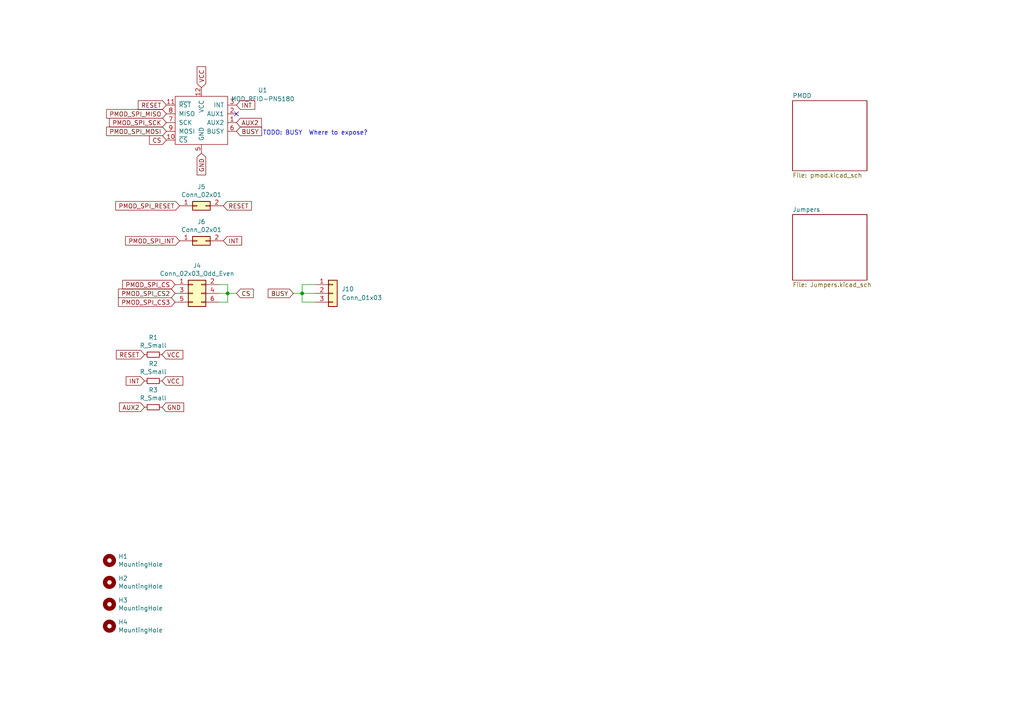
<source format=kicad_sch>
(kicad_sch (version 20211123) (generator eeschema)
  (paper "A4")
  (lib_symbols
    (symbol "AvS_Modules:MOD_RFID-PN5180" (pin_names (offset 1.016))
      (property "Reference" "U" (at -6.35 -8.89 0))
      (property "Value" "MOD_RFID-PN5180" (at 10.16 -8.89 0))
      (symbol "MOD_RFID-PN5180_1_1"
        (rectangle (start -7.62 6.35) (end 7.62 -7.62))
        (pin bidirectional line (at 10.16 -1.27 180) (length 2.54) (name "AUX2") (number "1"))
        (pin input line (at -10.16 -6.35 0) (length 2.54) (name "~{CS}") (number "10"))
        (pin input line (at -10.16 3.81 0) (length 2.54) (name "~{RST}") (number "11"))
        (pin power_in line (at 0 8.89 270) (length 2.54) (name "VCC") (number "12"))
        (pin bidirectional line (at 10.16 1.27 180) (length 2.54) (name "AUX1") (number "2"))
        (pin output line (at 10.16 3.81 180) (length 2.54) (name "INT") (number "3"))
        (pin power_in line (at 0 -10.16 90) (length 2.54) (name "GND") (number "5"))
        (pin output line (at 10.16 -3.81 180) (length 2.54) (name "BUSY") (number "6"))
        (pin input line (at -10.16 -1.27 0) (length 2.54) (name "SCK") (number "7"))
        (pin output line (at -10.16 1.27 0) (length 2.54) (name "MISO") (number "8"))
        (pin input line (at -10.16 -3.81 0) (length 2.54) (name "MOSI") (number "9"))
      )
    )
    (symbol "Connector_Generic:Conn_01x03" (pin_names (offset 1.016) hide)
      (property "Reference" "J" (at 0 5.08 0))
      (property "Value" "Conn_01x03" (at 0 -5.08 0))
      (symbol "Conn_01x03_1_1"
        (rectangle (start -1.27 -2.413) (end 0 -2.667) (stroke (width 0.1524)))
        (rectangle (start -1.27 0.127) (end 0 -0.127) (stroke (width 0.1524)))
        (rectangle (start -1.27 2.667) (end 0 2.413) (stroke (width 0.1524)))
        (rectangle (start -1.27 3.81) (end 1.27 -3.81) (stroke (width 0.254)) (fill (type background)))
        (pin passive line (at -5.08 2.54 0) (length 3.81) (name "Pin_1") (number "1"))
        (pin passive line (at -5.08 0 0) (length 3.81) (name "Pin_2") (number "2"))
        (pin passive line (at -5.08 -2.54 0) (length 3.81) (name "Pin_3") (number "3"))
      )
    )
    (symbol "Connector_Generic:Conn_02x01" (pin_names (offset 1.016) hide)
      (property "Reference" "J" (at 1.27 2.54 0))
      (property "Value" "Conn_02x01" (at 1.27 -2.54 0))
      (symbol "Conn_02x01_1_1"
        (rectangle (start -1.27 0.127) (end 0 -0.127) (stroke (width 0.1524)))
        (rectangle (start -1.27 1.27) (end 3.81 -1.27) (stroke (width 0.254)) (fill (type background)))
        (rectangle (start 3.81 0.127) (end 2.54 -0.127) (stroke (width 0.1524)))
        (pin passive line (at -5.08 0 0) (length 3.81) (name "Pin_1") (number "1"))
        (pin passive line (at 7.62 0 180) (length 3.81) (name "Pin_2") (number "2"))
      )
    )
    (symbol "Connector_Generic:Conn_02x03_Odd_Even" (pin_names (offset 1.016) hide)
      (property "Reference" "J" (at 1.27 5.08 0))
      (property "Value" "Conn_02x03_Odd_Even" (at 1.27 -5.08 0))
      (symbol "Conn_02x03_Odd_Even_1_1"
        (rectangle (start -1.27 -2.413) (end 0 -2.667) (stroke (width 0.1524)))
        (rectangle (start -1.27 0.127) (end 0 -0.127) (stroke (width 0.1524)))
        (rectangle (start -1.27 2.667) (end 0 2.413) (stroke (width 0.1524)))
        (rectangle (start -1.27 3.81) (end 3.81 -3.81) (stroke (width 0.254)) (fill (type background)))
        (rectangle (start 3.81 -2.413) (end 2.54 -2.667) (stroke (width 0.1524)))
        (rectangle (start 3.81 0.127) (end 2.54 -0.127) (stroke (width 0.1524)))
        (rectangle (start 3.81 2.667) (end 2.54 2.413) (stroke (width 0.1524)))
        (pin passive line (at -5.08 2.54 0) (length 3.81) (name "Pin_1") (number "1"))
        (pin passive line (at 7.62 2.54 180) (length 3.81) (name "Pin_2") (number "2"))
        (pin passive line (at -5.08 0 0) (length 3.81) (name "Pin_3") (number "3"))
        (pin passive line (at 7.62 0 180) (length 3.81) (name "Pin_4") (number "4"))
        (pin passive line (at -5.08 -2.54 0) (length 3.81) (name "Pin_5") (number "5"))
        (pin passive line (at 7.62 -2.54 180) (length 3.81) (name "Pin_6") (number "6"))
      )
    )
    (symbol "Device:R_Small" (pin_numbers hide) (pin_names (offset 0.254) hide)
      (property "Reference" "R" (at 0.762 0.508 0))
      (property "Value" "R_Small" (at 0.762 -1.016 0))
      (symbol "R_Small_0_1"
        (rectangle (start -0.762 1.778) (end 0.762 -1.778) (stroke (width 0.2032)))
      )
      (symbol "R_Small_1_1"
        (pin passive line (at 0 2.54 270) (length 0.762) (name "~") (number "1"))
        (pin passive line (at 0 -2.54 90) (length 0.762) (name "~") (number "2"))
      )
    )
    (symbol "Mechanical:MountingHole" (pin_names (offset 1.016))
      (property "Reference" "H" (at 0 5.08 0))
      (property "Value" "MountingHole" (at 0 3.175 0))
      (symbol "MountingHole_0_1"
        (circle (center 0 0) (radius 1.27) (stroke (width 1.27)))
      )
    )
  )
  (junction (at 66.04 85.09))
  (junction (at 87.63 85.09))
  (no_connect (at 68.58 33.02))
  (wire (pts (xy 85.09 85.09) (xy 87.63 85.09)))
  (wire (pts (xy 63.5 82.55) (xy 66.04 82.55)))
  (wire (pts (xy 87.63 87.63) (xy 87.63 85.09)))
  (wire (pts (xy 87.63 82.55) (xy 91.44 82.55)))
  (wire (pts (xy 63.5 87.63) (xy 66.04 87.63)))
  (wire (pts (xy 66.04 87.63) (xy 66.04 85.09)))
  (wire (pts (xy 66.04 85.09) (xy 68.58 85.09)))
  (wire (pts (xy 87.63 85.09) (xy 91.44 85.09)))
  (wire (pts (xy 66.04 82.55) (xy 66.04 85.09)))
  (wire (pts (xy 87.63 85.09) (xy 87.63 82.55)))
  (wire (pts (xy 66.04 85.09) (xy 63.5 85.09)))
  (wire (pts (xy 91.44 87.63) (xy 87.63 87.63)))
  (text "TODO: BUSY  Where to expose?" (at 76.2 39.37 0) (effects (font (size 1.27 1.27)) (justify left bottom)))
  (global_label "PMOD_SPI_MOSI" (shape input) (at 48.26 38.1 180) (property "Intersheet-verwijzingen" "${INTERSHEET_REFS}" (effects hide)))
  (global_label "CS" (shape input) (at 68.58 85.09 0) (property "Intersheet-verwijzingen" "${INTERSHEET_REFS}" (effects hide)))
  (global_label "VCC" (shape input) (at 46.99 102.87 0) (property "Intersheet-verwijzingen" "${INTERSHEET_REFS}" (effects hide)))
  (global_label "VCC" (shape input) (at 46.99 110.49 0) (property "Intersheet-verwijzingen" "${INTERSHEET_REFS}" (effects hide)))
  (global_label "GND" (shape input) (at 46.99 118.11 0) (property "Intersheet-verwijzingen" "${INTERSHEET_REFS}" (effects hide)))
  (global_label "INT" (shape input) (at 41.91 110.49 180) (property "Intersheet-verwijzingen" "${INTERSHEET_REFS}" (effects hide)))
  (global_label "INT" (shape input) (at 68.58 30.48 0) (property "Intersheet-verwijzingen" "${INTERSHEET_REFS}" (effects hide)))
  (global_label "RESET" (shape input) (at 64.77 59.69 0) (property "Intersheet-verwijzingen" "${INTERSHEET_REFS}" (effects hide)))
  (global_label "AUX2" (shape input) (at 41.91 118.11 180) (property "Intersheet-verwijzingen" "${INTERSHEET_REFS}" (effects hide)))
  (global_label "PMOD_SPI_CS2" (shape input) (at 50.8 85.09 180) (property "Intersheet-verwijzingen" "${INTERSHEET_REFS}" (effects hide)))
  (global_label "CS" (shape input) (at 48.26 40.64 180) (property "Intersheet-verwijzingen" "${INTERSHEET_REFS}" (effects hide)))
  (global_label "PMOD_SPI_CS" (shape input) (at 50.8 82.55 180) (property "Intersheet-verwijzingen" "${INTERSHEET_REFS}" (effects hide)))
  (global_label "GND" (shape input) (at 58.42 44.45 270) (property "Intersheet-verwijzingen" "${INTERSHEET_REFS}" (effects hide)))
  (global_label "PMOD_SPI_CS3" (shape input) (at 50.8 87.63 180) (property "Intersheet-verwijzingen" "${INTERSHEET_REFS}" (effects hide)))
  (global_label "AUX2" (shape input) (at 68.58 35.56 0) (property "Intersheet-verwijzingen" "${INTERSHEET_REFS}" (effects hide)))
  (global_label "BUSY" (shape input) (at 68.58 38.1 0) (property "Intersheet-verwijzingen" "${INTERSHEET_REFS}" (effects hide)))
  (global_label "PMOD_SPI_MISO" (shape input) (at 48.26 33.02 180) (property "Intersheet-verwijzingen" "${INTERSHEET_REFS}" (effects hide)))
  (global_label "RESET" (shape input) (at 48.26 30.48 180) (property "Intersheet-verwijzingen" "${INTERSHEET_REFS}" (effects hide)))
  (global_label "INT" (shape input) (at 64.77 69.85 0) (property "Intersheet-verwijzingen" "${INTERSHEET_REFS}" (effects hide)))
  (global_label "PMOD_SPI_SCK" (shape input) (at 48.26 35.56 180) (property "Intersheet-verwijzingen" "${INTERSHEET_REFS}" (effects hide)))
  (global_label "VCC" (shape input) (at 58.42 25.4 90) (property "Intersheet-verwijzingen" "${INTERSHEET_REFS}" (effects hide)))
  (global_label "BUSY" (shape input) (at 85.09 85.09 180) (property "Intersheet-verwijzingen" "${INTERSHEET_REFS}" (effects hide)))
  (global_label "RESET" (shape input) (at 41.91 102.87 180) (property "Intersheet-verwijzingen" "${INTERSHEET_REFS}" (effects hide)))
  (global_label "PMOD_SPI_RESET" (shape input) (at 52.07 59.69 180) (property "Intersheet-verwijzingen" "${INTERSHEET_REFS}" (effects hide)))
  (global_label "PMOD_SPI_INT" (shape input) (at 52.07 69.85 180) (property "Intersheet-verwijzingen" "${INTERSHEET_REFS}" (effects hide)))
  (symbol (lib_id "Mechanical:MountingHole") (at 31.75 181.61 0) (unit 1)
    (property "Reference" "H4" (at 34.29 180.4416 0) (effects (justify left)))
    (property "Value" "MountingHole" (at 34.29 182.753 0) (effects (justify left)))
    (property "Footprint" "MountingHole:MountingHole_3.2mm_M3_Pad_Via" (effects hide))
  )
  (symbol (lib_id "Mechanical:MountingHole") (at 31.75 175.26 0) (unit 1)
    (property "Reference" "H3" (at 34.29 174.0916 0) (effects (justify left)))
    (property "Value" "MountingHole" (at 34.29 176.403 0) (effects (justify left)))
    (property "Footprint" "MountingHole:MountingHole_3.2mm_M3_Pad_Via" (effects hide))
  )
  (symbol (lib_id "Mechanical:MountingHole") (at 31.75 168.91 0) (unit 1)
    (property "Reference" "H2" (at 34.29 167.7416 0) (effects (justify left)))
    (property "Value" "MountingHole" (at 34.29 170.053 0) (effects (justify left)))
    (property "Footprint" "MountingHole:MountingHole_3.2mm_M3_Pad_Via" (effects hide))
  )
  (symbol (lib_id "Mechanical:MountingHole") (at 31.75 162.56 0) (unit 1)
    (property "Reference" "H1" (at 34.29 161.3916 0) (effects (justify left)))
    (property "Value" "MountingHole" (at 34.29 163.703 0) (effects (justify left)))
    (property "Footprint" "MountingHole:MountingHole_3.2mm_M3_Pad_Via" (effects hide))
  )
  (symbol (lib_id "Device:R_Small") (at 44.45 102.87 270) (unit 1)
    (property "Reference" "R1" (at 44.45 97.8916 90))
    (property "Value" "R_Small" (at 44.45 100.203 90))
    (property "Footprint" "Resistor_THT:R_Axial_DIN0207_L6.3mm_D2.5mm_P10.16mm_Horizontal" (effects hide))
  )
  (symbol (lib_id "Device:R_Small") (at 44.45 110.49 270) (unit 1)
    (property "Reference" "R2" (at 44.45 105.5116 90))
    (property "Value" "R_Small" (at 44.45 107.823 90))
    (property "Footprint" "Resistor_THT:R_Axial_DIN0207_L6.3mm_D2.5mm_P10.16mm_Horizontal" (effects hide))
  )
  (symbol (lib_id "Connector_Generic:Conn_02x01") (at 57.15 59.69 0) (unit 1)
    (property "Reference" "J5" (at 58.42 54.1782 0))
    (property "Value" "Conn_02x01" (at 58.42 56.4896 0))
    (property "Footprint" "Connector_PinHeader_2.54mm:PinHeader_1x02_P2.54mm_Vertical" (effects hide))
  )
  (symbol (lib_id "AvS_Modules:MOD_RFID-PN5180") (at 58.42 34.29 0) (unit 1)
    (property "Reference" "U1" (at 76.2 26.1493 0))
    (property "Value" "MOD_RFID-PN5180" (at 76.2 28.6893 0))
    (property "Footprint" "AvS_Modules:MOD_RFID-PN5180_STRAIGHT_UP" (effects hide))
  )
  (symbol (lib_id "Device:R_Small") (at 44.45 118.11 270) (unit 1)
    (property "Reference" "R3" (at 44.45 113.1316 90))
    (property "Value" "R_Small" (at 44.45 115.443 90))
    (property "Footprint" "Resistor_THT:R_Axial_DIN0207_L6.3mm_D2.5mm_P10.16mm_Horizontal" (effects hide))
  )
  (symbol (lib_id "Connector_Generic:Conn_02x03_Odd_Even") (at 55.88 85.09 0) (unit 1)
    (property "Reference" "J4" (at 57.15 77.0382 0))
    (property "Value" "Conn_02x03_Odd_Even" (at 57.15 79.3496 0))
    (property "Footprint" "Connector_PinHeader_2.54mm:PinHeader_2x03_P2.54mm_Vertical" (effects hide))
  )
  (symbol (lib_id "Connector_Generic:Conn_02x01") (at 57.15 69.85 0) (unit 1)
    (property "Reference" "J6" (at 58.42 64.3382 0))
    (property "Value" "Conn_02x01" (at 58.42 66.6496 0))
    (property "Footprint" "Connector_PinHeader_2.54mm:PinHeader_1x02_P2.54mm_Vertical" (effects hide))
  )
  (symbol (lib_id "Connector_Generic:Conn_01x03") (at 96.52 85.09 0) (unit 1)
    (property "Reference" "J10" (at 99.06 83.8199 0) (effects (justify left)))
    (property "Value" "Conn_01x03" (at 99.06 86.3599 0) (effects (justify left)))
    (property "Footprint" "Connector_PinHeader_2.54mm:PinHeader_1x03_P2.54mm_Vertical" (effects hide))
  )
  (sheet (at 229.87 29.21) (size 21.59 20.32)
    (property "Sheet name" "PMOD" (at 229.87 28.4984 0) (effects (justify left bottom)))
    (property "Sheet file" "pmod.kicad_sch" (at 229.87 50.1146 0) (effects (justify left top)))
  )
  (sheet (at 229.87 62.23) (size 21.59 19.05)
    (property "Sheet name" "Jumpers" (at 229.87 61.5184 0) (effects (justify left bottom)))
    (property "Sheet file" "Jumpers.kicad_sch" (at 229.87 81.8646 0) (effects (justify left top)))
  )
)
</source>
